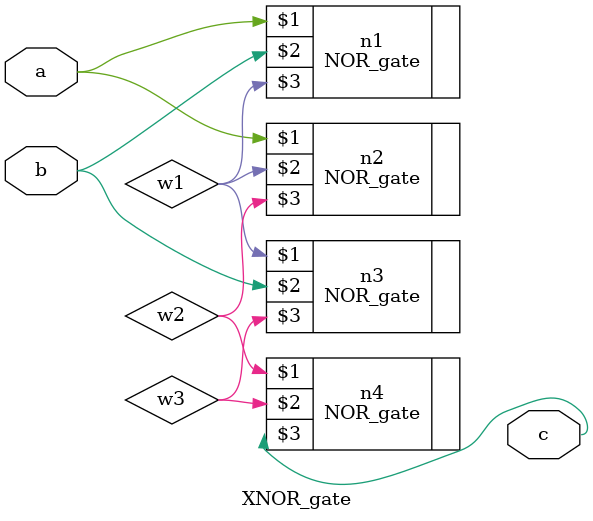
<source format=v>
`include "NOR.v"
module XNOR_gate(a, b, c);
input a, b;
output c;

wire w1, w2, w3;

NOR_gate n1(a, b, w1);
NOR_gate n2(a, w1, w2);
NOR_gate n3(w1, b, w3);
NOR_gate n4(w2, w3, c);

endmodule
</source>
